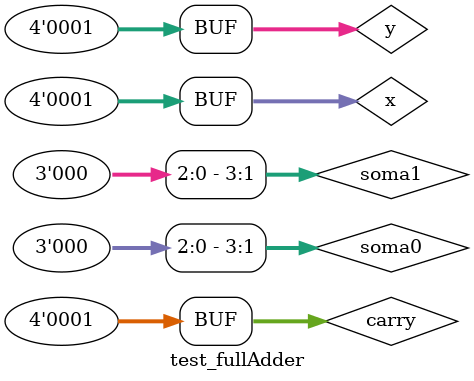
<source format=v>


module fullAdder (output s0, output carryOut, input a, input b, input carryIn); 
	wire xAB, aAB, aXABC;
	xor (xAB, a, b);
	and (aAB, a, b);
	xor (s0, xAB, carryIn);
	and (aXABC, xAB, carryIn);
	or  (carryOut, aXABC, aAB);
endmodule // fullAdder 

module test_fullAdder; 
// ------------------------- definir dados 
	reg [3:0] x; 
	reg [3:0] y; 
	reg [3:0] carry; 
	wire [3:0] soma0; 
	wire [3:0] soma1;
	
	fullAdder somaCompleta (soma0, soma1, x, y, carry);

initial begin:start
	x = 0;
	y = 0;
	carry = 0;
end 	
	
// ------------------------- parte principal 
initial begin 
$display("Exemplo0021 - Oswaldo Oliveira Paulino - 382175"); 
$display("Test ALU's full adder"); 
$monitor("%b + %b + %b = %b %b", x, y, carry, soma1, soma0);

#1
x = 0; y = 0; carry = 0;
#1
x = 0; y = 0; carry = 1;
#1
x = 0; y = 1; carry = 0;
#1
x = 0; y = 1; carry = 1;
#1
x = 1; y = 0; carry = 0;
#1
x = 1; y = 0; carry = 1;
#1
x = 1; y = 1; carry = 0;
#1
x = 1; y = 1; carry = 1;

end 
endmodule // test_fullAdder 

// ----------------------------- documentacao complementar
/*
    Exemplo0021 - Oswaldo Oliveira Paulino - 382175
    Test ALU's full adder
    0000 + 0000 + 0000 = 0000 0000
    0000 + 0000 + 0001 = 0000 0001
    0000 + 0001 + 0000 = 0000 0001
    0000 + 0001 + 0001 = 0001 0000
    0001 + 0000 + 0000 = 0000 0001
    0001 + 0000 + 0001 = 0001 0000
    0001 + 0001 + 0000 = 0001 0000
    0001 + 0001 + 0001 = 0001 0001
*/
</source>
